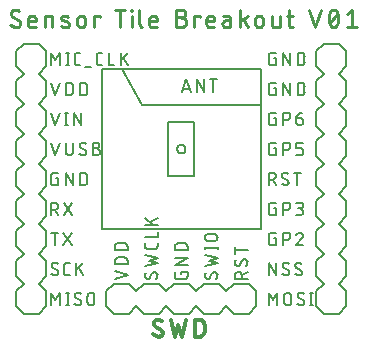
<source format=gto>
G04 EAGLE Gerber X2 export*
G75*
%MOIN*%
%FSLAX24Y24*%
%LPD*%
%AMOC8*
5,1,8,0,0,1.08239X$1,22.5*%
G01*
%ADD10C,0.006000*%
%ADD11C,0.008000*%
%ADD12C,0.011000*%
%ADD13C,0.014000*%
%ADD14C,0.005000*%


D10*
X4343Y4343D02*
X9657Y4343D01*
X9657Y8476D01*
X9657Y9657D01*
X5024Y9657D01*
X4343Y9657D01*
X4343Y4343D01*
X5705Y8476D02*
X9657Y8476D01*
X5705Y8476D02*
X5024Y9657D01*
D11*
X7032Y8910D02*
X7172Y9330D01*
X7312Y8910D01*
X7277Y9015D02*
X7067Y9015D01*
X7520Y8910D02*
X7520Y9330D01*
X7754Y8910D01*
X7754Y9330D01*
X8072Y9330D02*
X8072Y8910D01*
X7955Y9330D02*
X8189Y9330D01*
D10*
X6859Y7000D02*
X6861Y7023D01*
X6867Y7046D01*
X6876Y7067D01*
X6889Y7087D01*
X6905Y7104D01*
X6923Y7118D01*
X6943Y7129D01*
X6965Y7137D01*
X6988Y7141D01*
X7012Y7141D01*
X7035Y7137D01*
X7057Y7129D01*
X7077Y7118D01*
X7095Y7104D01*
X7111Y7087D01*
X7124Y7067D01*
X7133Y7046D01*
X7139Y7023D01*
X7141Y7000D01*
X7139Y6977D01*
X7133Y6954D01*
X7124Y6933D01*
X7111Y6913D01*
X7095Y6896D01*
X7077Y6882D01*
X7057Y6871D01*
X7035Y6863D01*
X7012Y6859D01*
X6988Y6859D01*
X6965Y6863D01*
X6943Y6871D01*
X6923Y6882D01*
X6905Y6896D01*
X6889Y6913D01*
X6876Y6933D01*
X6867Y6954D01*
X6861Y6977D01*
X6859Y7000D01*
D12*
X1633Y11186D02*
X1631Y11166D01*
X1627Y11146D01*
X1619Y11127D01*
X1608Y11109D01*
X1595Y11093D01*
X1579Y11080D01*
X1561Y11069D01*
X1542Y11061D01*
X1522Y11057D01*
X1502Y11055D01*
X1471Y11057D01*
X1440Y11062D01*
X1410Y11071D01*
X1381Y11083D01*
X1354Y11098D01*
X1329Y11116D01*
X1305Y11137D01*
X1322Y11514D02*
X1324Y11534D01*
X1328Y11554D01*
X1336Y11573D01*
X1347Y11591D01*
X1360Y11607D01*
X1376Y11620D01*
X1394Y11631D01*
X1413Y11639D01*
X1433Y11643D01*
X1453Y11645D01*
X1479Y11644D01*
X1505Y11639D01*
X1531Y11632D01*
X1555Y11623D01*
X1579Y11610D01*
X1601Y11596D01*
X1322Y11514D02*
X1323Y11494D01*
X1328Y11475D01*
X1335Y11457D01*
X1345Y11440D01*
X1357Y11424D01*
X1371Y11411D01*
X1387Y11399D01*
X1568Y11301D02*
X1584Y11289D01*
X1598Y11276D01*
X1610Y11260D01*
X1620Y11243D01*
X1627Y11225D01*
X1632Y11206D01*
X1633Y11186D01*
X1567Y11301D02*
X1387Y11399D01*
X1990Y11055D02*
X2154Y11055D01*
X1990Y11055D02*
X1973Y11056D01*
X1956Y11061D01*
X1941Y11068D01*
X1927Y11078D01*
X1915Y11090D01*
X1905Y11104D01*
X1898Y11119D01*
X1893Y11136D01*
X1892Y11153D01*
X1892Y11317D01*
X1894Y11339D01*
X1899Y11360D01*
X1908Y11379D01*
X1920Y11397D01*
X1934Y11413D01*
X1951Y11427D01*
X1970Y11437D01*
X1991Y11444D01*
X2012Y11448D01*
X2034Y11448D01*
X2055Y11444D01*
X2076Y11437D01*
X2095Y11427D01*
X2112Y11413D01*
X2126Y11397D01*
X2138Y11379D01*
X2147Y11360D01*
X2152Y11339D01*
X2154Y11317D01*
X2154Y11252D01*
X1892Y11252D01*
X2446Y11055D02*
X2446Y11448D01*
X2609Y11448D01*
X2628Y11446D01*
X2647Y11441D01*
X2663Y11431D01*
X2678Y11419D01*
X2690Y11404D01*
X2700Y11388D01*
X2705Y11369D01*
X2707Y11350D01*
X2708Y11350D02*
X2708Y11055D01*
X3049Y11284D02*
X3212Y11219D01*
X3048Y11284D02*
X3034Y11292D01*
X3020Y11302D01*
X3010Y11315D01*
X3002Y11330D01*
X2997Y11346D01*
X2995Y11363D01*
X2997Y11380D01*
X3002Y11396D01*
X3010Y11411D01*
X3020Y11424D01*
X3033Y11434D01*
X3048Y11442D01*
X3064Y11447D01*
X3081Y11448D01*
X3119Y11445D01*
X3157Y11439D01*
X3193Y11429D01*
X3229Y11415D01*
X3213Y11219D02*
X3227Y11211D01*
X3241Y11201D01*
X3251Y11188D01*
X3259Y11173D01*
X3264Y11157D01*
X3266Y11140D01*
X3264Y11123D01*
X3259Y11107D01*
X3251Y11092D01*
X3241Y11079D01*
X3228Y11069D01*
X3213Y11061D01*
X3197Y11056D01*
X3180Y11055D01*
X3134Y11058D01*
X3089Y11064D01*
X3044Y11074D01*
X3000Y11088D01*
X3533Y11186D02*
X3533Y11317D01*
X3535Y11339D01*
X3540Y11360D01*
X3549Y11379D01*
X3561Y11397D01*
X3575Y11413D01*
X3592Y11427D01*
X3611Y11437D01*
X3632Y11444D01*
X3653Y11448D01*
X3675Y11448D01*
X3696Y11444D01*
X3717Y11437D01*
X3736Y11427D01*
X3753Y11413D01*
X3767Y11397D01*
X3779Y11379D01*
X3788Y11360D01*
X3793Y11339D01*
X3795Y11317D01*
X3795Y11186D01*
X3793Y11164D01*
X3788Y11143D01*
X3779Y11124D01*
X3767Y11106D01*
X3753Y11090D01*
X3736Y11076D01*
X3717Y11066D01*
X3696Y11059D01*
X3675Y11055D01*
X3653Y11055D01*
X3632Y11059D01*
X3611Y11066D01*
X3592Y11076D01*
X3575Y11090D01*
X3561Y11106D01*
X3549Y11124D01*
X3540Y11143D01*
X3535Y11164D01*
X3533Y11186D01*
X4092Y11055D02*
X4092Y11448D01*
X4288Y11448D01*
X4288Y11383D01*
X4956Y11645D02*
X4956Y11055D01*
X4792Y11645D02*
X5120Y11645D01*
X5346Y11448D02*
X5346Y11055D01*
X5330Y11612D02*
X5330Y11645D01*
X5362Y11645D01*
X5362Y11612D01*
X5330Y11612D01*
X5608Y11645D02*
X5608Y11153D01*
X5609Y11153D02*
X5610Y11136D01*
X5615Y11119D01*
X5622Y11104D01*
X5632Y11090D01*
X5644Y11078D01*
X5658Y11068D01*
X5673Y11061D01*
X5690Y11056D01*
X5707Y11055D01*
X6031Y11055D02*
X6195Y11055D01*
X6031Y11055D02*
X6014Y11056D01*
X5997Y11061D01*
X5982Y11068D01*
X5968Y11078D01*
X5956Y11090D01*
X5946Y11104D01*
X5939Y11119D01*
X5934Y11136D01*
X5933Y11153D01*
X5933Y11317D01*
X5935Y11339D01*
X5940Y11360D01*
X5949Y11379D01*
X5961Y11397D01*
X5975Y11413D01*
X5992Y11427D01*
X6011Y11437D01*
X6032Y11444D01*
X6053Y11448D01*
X6075Y11448D01*
X6096Y11444D01*
X6117Y11437D01*
X6136Y11427D01*
X6153Y11413D01*
X6167Y11397D01*
X6179Y11379D01*
X6188Y11360D01*
X6193Y11339D01*
X6195Y11317D01*
X6195Y11252D01*
X5933Y11252D01*
X6836Y11383D02*
X7000Y11383D01*
X7024Y11381D01*
X7048Y11376D01*
X7071Y11367D01*
X7092Y11355D01*
X7112Y11339D01*
X7128Y11321D01*
X7142Y11301D01*
X7153Y11279D01*
X7160Y11255D01*
X7164Y11231D01*
X7164Y11207D01*
X7160Y11183D01*
X7153Y11159D01*
X7142Y11137D01*
X7128Y11117D01*
X7112Y11099D01*
X7092Y11083D01*
X7071Y11071D01*
X7048Y11062D01*
X7024Y11057D01*
X7000Y11055D01*
X6836Y11055D01*
X6836Y11645D01*
X7000Y11645D01*
X7022Y11643D01*
X7043Y11638D01*
X7062Y11629D01*
X7080Y11617D01*
X7096Y11603D01*
X7110Y11586D01*
X7120Y11567D01*
X7127Y11546D01*
X7131Y11525D01*
X7131Y11503D01*
X7127Y11482D01*
X7120Y11461D01*
X7110Y11442D01*
X7096Y11425D01*
X7080Y11411D01*
X7062Y11399D01*
X7043Y11390D01*
X7022Y11385D01*
X7000Y11383D01*
X7435Y11448D02*
X7435Y11055D01*
X7435Y11448D02*
X7632Y11448D01*
X7632Y11383D01*
X7939Y11055D02*
X8103Y11055D01*
X7939Y11055D02*
X7922Y11056D01*
X7905Y11061D01*
X7890Y11068D01*
X7876Y11078D01*
X7864Y11090D01*
X7854Y11104D01*
X7847Y11119D01*
X7842Y11136D01*
X7841Y11153D01*
X7841Y11317D01*
X7843Y11339D01*
X7848Y11360D01*
X7857Y11379D01*
X7869Y11397D01*
X7883Y11413D01*
X7900Y11427D01*
X7919Y11437D01*
X7940Y11444D01*
X7961Y11448D01*
X7983Y11448D01*
X8004Y11444D01*
X8025Y11437D01*
X8044Y11427D01*
X8061Y11413D01*
X8075Y11397D01*
X8087Y11379D01*
X8096Y11360D01*
X8101Y11339D01*
X8103Y11317D01*
X8103Y11252D01*
X7841Y11252D01*
X8484Y11284D02*
X8632Y11284D01*
X8484Y11285D02*
X8464Y11283D01*
X8445Y11278D01*
X8427Y11270D01*
X8410Y11258D01*
X8396Y11244D01*
X8384Y11228D01*
X8376Y11209D01*
X8371Y11190D01*
X8369Y11170D01*
X8371Y11150D01*
X8376Y11131D01*
X8384Y11113D01*
X8396Y11096D01*
X8410Y11082D01*
X8427Y11070D01*
X8445Y11062D01*
X8464Y11057D01*
X8484Y11055D01*
X8632Y11055D01*
X8632Y11350D01*
X8631Y11350D02*
X8630Y11367D01*
X8625Y11384D01*
X8618Y11399D01*
X8608Y11413D01*
X8596Y11425D01*
X8582Y11435D01*
X8567Y11442D01*
X8550Y11447D01*
X8533Y11448D01*
X8402Y11448D01*
X8958Y11645D02*
X8958Y11055D01*
X8958Y11252D02*
X9220Y11448D01*
X9073Y11334D02*
X9220Y11055D01*
X9461Y11186D02*
X9461Y11317D01*
X9463Y11339D01*
X9468Y11360D01*
X9477Y11379D01*
X9489Y11397D01*
X9503Y11413D01*
X9520Y11427D01*
X9539Y11437D01*
X9560Y11444D01*
X9581Y11448D01*
X9603Y11448D01*
X9624Y11444D01*
X9645Y11437D01*
X9664Y11427D01*
X9681Y11413D01*
X9695Y11397D01*
X9707Y11379D01*
X9716Y11360D01*
X9721Y11339D01*
X9723Y11317D01*
X9723Y11186D01*
X9721Y11164D01*
X9716Y11143D01*
X9707Y11124D01*
X9695Y11106D01*
X9681Y11090D01*
X9664Y11076D01*
X9645Y11066D01*
X9624Y11059D01*
X9603Y11055D01*
X9581Y11055D01*
X9560Y11059D01*
X9539Y11066D01*
X9520Y11076D01*
X9503Y11090D01*
X9489Y11106D01*
X9477Y11124D01*
X9468Y11143D01*
X9463Y11164D01*
X9461Y11186D01*
X10015Y11153D02*
X10015Y11448D01*
X10015Y11153D02*
X10016Y11136D01*
X10021Y11119D01*
X10028Y11104D01*
X10038Y11090D01*
X10050Y11078D01*
X10064Y11068D01*
X10079Y11061D01*
X10096Y11056D01*
X10113Y11055D01*
X10277Y11055D01*
X10277Y11448D01*
X10513Y11448D02*
X10709Y11448D01*
X10578Y11645D02*
X10578Y11153D01*
X10579Y11153D02*
X10580Y11136D01*
X10585Y11119D01*
X10592Y11104D01*
X10602Y11090D01*
X10614Y11078D01*
X10628Y11068D01*
X10643Y11061D01*
X10660Y11056D01*
X10677Y11055D01*
X10709Y11055D01*
X11459Y11055D02*
X11262Y11645D01*
X11656Y11645D02*
X11459Y11055D01*
X11911Y11350D02*
X11912Y11387D01*
X11917Y11423D01*
X11923Y11459D01*
X11933Y11495D01*
X11945Y11529D01*
X11960Y11563D01*
X11968Y11583D01*
X11980Y11601D01*
X11995Y11616D01*
X12013Y11628D01*
X12032Y11637D01*
X12053Y11643D01*
X12074Y11645D01*
X12095Y11643D01*
X12116Y11637D01*
X12135Y11628D01*
X12153Y11616D01*
X12168Y11601D01*
X12180Y11583D01*
X12188Y11563D01*
X12189Y11563D02*
X12204Y11529D01*
X12216Y11495D01*
X12226Y11459D01*
X12232Y11423D01*
X12237Y11387D01*
X12238Y11350D01*
X11911Y11350D02*
X11912Y11313D01*
X11917Y11277D01*
X11923Y11241D01*
X11933Y11205D01*
X11945Y11171D01*
X11960Y11137D01*
X11968Y11117D01*
X11980Y11099D01*
X11995Y11084D01*
X12013Y11072D01*
X12032Y11063D01*
X12053Y11057D01*
X12074Y11055D01*
X12189Y11137D02*
X12204Y11171D01*
X12216Y11205D01*
X12226Y11241D01*
X12232Y11277D01*
X12237Y11313D01*
X12238Y11350D01*
X12188Y11137D02*
X12180Y11117D01*
X12168Y11099D01*
X12153Y11084D01*
X12135Y11072D01*
X12116Y11063D01*
X12095Y11057D01*
X12074Y11055D01*
X11943Y11186D02*
X12205Y11514D01*
X12526Y11514D02*
X12690Y11645D01*
X12690Y11055D01*
X12526Y11055D02*
X12854Y11055D01*
D11*
X2805Y8790D02*
X2665Y9210D01*
X2945Y9210D02*
X2805Y8790D01*
X3153Y8790D02*
X3153Y9210D01*
X3270Y9210D01*
X3290Y9208D01*
X3310Y9203D01*
X3329Y9194D01*
X3345Y9183D01*
X3360Y9168D01*
X3371Y9152D01*
X3380Y9133D01*
X3385Y9113D01*
X3387Y9093D01*
X3387Y8907D01*
X3385Y8887D01*
X3380Y8867D01*
X3371Y8849D01*
X3360Y8832D01*
X3345Y8817D01*
X3329Y8806D01*
X3310Y8797D01*
X3290Y8792D01*
X3270Y8790D01*
X3153Y8790D01*
X3633Y8790D02*
X3633Y9210D01*
X3750Y9210D01*
X3770Y9208D01*
X3790Y9203D01*
X3809Y9194D01*
X3825Y9183D01*
X3840Y9168D01*
X3851Y9152D01*
X3860Y9133D01*
X3865Y9113D01*
X3867Y9093D01*
X3867Y8907D01*
X3865Y8887D01*
X3860Y8867D01*
X3851Y8849D01*
X3840Y8832D01*
X3825Y8817D01*
X3809Y8806D01*
X3790Y8797D01*
X3770Y8792D01*
X3750Y8790D01*
X3633Y8790D01*
X2665Y9790D02*
X2665Y10210D01*
X2805Y9977D01*
X2945Y10210D01*
X2945Y9790D01*
X3210Y9790D02*
X3210Y10210D01*
X3163Y9790D02*
X3257Y9790D01*
X3257Y10210D02*
X3163Y10210D01*
X3545Y9790D02*
X3638Y9790D01*
X3545Y9790D02*
X3527Y9792D01*
X3509Y9797D01*
X3493Y9806D01*
X3479Y9817D01*
X3468Y9831D01*
X3459Y9847D01*
X3454Y9865D01*
X3452Y9883D01*
X3451Y9883D02*
X3451Y10117D01*
X3452Y10117D02*
X3454Y10135D01*
X3459Y10153D01*
X3468Y10169D01*
X3479Y10183D01*
X3493Y10194D01*
X3509Y10203D01*
X3527Y10208D01*
X3545Y10210D01*
X3638Y10210D01*
X3807Y9743D02*
X3993Y9743D01*
X4280Y9790D02*
X4373Y9790D01*
X4280Y9790D02*
X4262Y9792D01*
X4244Y9797D01*
X4228Y9806D01*
X4214Y9817D01*
X4203Y9831D01*
X4194Y9847D01*
X4189Y9865D01*
X4187Y9883D01*
X4186Y9883D02*
X4186Y10117D01*
X4187Y10117D02*
X4189Y10135D01*
X4194Y10153D01*
X4203Y10169D01*
X4214Y10183D01*
X4228Y10194D01*
X4244Y10203D01*
X4262Y10208D01*
X4280Y10210D01*
X4373Y10210D01*
X4580Y10210D02*
X4580Y9790D01*
X4766Y9790D01*
X4978Y9790D02*
X4978Y10210D01*
X5212Y10210D02*
X4978Y9953D01*
X5072Y10047D02*
X5212Y9790D01*
X2665Y8210D02*
X2805Y7790D01*
X2945Y8210D01*
X3165Y8210D02*
X3165Y7790D01*
X3118Y7790D02*
X3212Y7790D01*
X3212Y8210D02*
X3118Y8210D01*
X3423Y8210D02*
X3423Y7790D01*
X3657Y7790D02*
X3423Y8210D01*
X3657Y8210D02*
X3657Y7790D01*
X2665Y7210D02*
X2805Y6790D01*
X2945Y7210D01*
X3153Y7210D02*
X3153Y6907D01*
X3155Y6887D01*
X3160Y6867D01*
X3169Y6849D01*
X3180Y6832D01*
X3195Y6817D01*
X3212Y6806D01*
X3230Y6797D01*
X3250Y6792D01*
X3270Y6790D01*
X3290Y6792D01*
X3310Y6797D01*
X3328Y6806D01*
X3345Y6817D01*
X3360Y6832D01*
X3371Y6849D01*
X3380Y6867D01*
X3385Y6887D01*
X3387Y6907D01*
X3387Y7210D01*
X3743Y6790D02*
X3761Y6792D01*
X3779Y6797D01*
X3795Y6806D01*
X3809Y6817D01*
X3820Y6831D01*
X3829Y6847D01*
X3834Y6865D01*
X3836Y6883D01*
X3743Y6790D02*
X3717Y6792D01*
X3692Y6797D01*
X3667Y6805D01*
X3644Y6817D01*
X3623Y6831D01*
X3603Y6848D01*
X3615Y7117D02*
X3617Y7135D01*
X3622Y7153D01*
X3631Y7169D01*
X3642Y7183D01*
X3656Y7194D01*
X3672Y7203D01*
X3690Y7208D01*
X3708Y7210D01*
X3730Y7209D01*
X3753Y7204D01*
X3774Y7197D01*
X3794Y7187D01*
X3813Y7175D01*
X3662Y7035D02*
X3648Y7045D01*
X3637Y7056D01*
X3628Y7070D01*
X3621Y7085D01*
X3616Y7101D01*
X3615Y7117D01*
X3790Y6965D02*
X3804Y6955D01*
X3815Y6944D01*
X3824Y6930D01*
X3831Y6915D01*
X3836Y6899D01*
X3837Y6883D01*
X3790Y6965D02*
X3662Y7035D01*
X4063Y7023D02*
X4180Y7023D01*
X4180Y7024D02*
X4200Y7022D01*
X4220Y7017D01*
X4239Y7008D01*
X4255Y6997D01*
X4270Y6982D01*
X4281Y6966D01*
X4290Y6947D01*
X4295Y6927D01*
X4297Y6907D01*
X4295Y6887D01*
X4290Y6867D01*
X4281Y6849D01*
X4270Y6832D01*
X4255Y6817D01*
X4239Y6806D01*
X4220Y6797D01*
X4200Y6792D01*
X4180Y6790D01*
X4063Y6790D01*
X4063Y7210D01*
X4180Y7210D01*
X4198Y7208D01*
X4216Y7203D01*
X4232Y7194D01*
X4246Y7183D01*
X4257Y7169D01*
X4266Y7153D01*
X4271Y7135D01*
X4273Y7117D01*
X4271Y7099D01*
X4266Y7081D01*
X4257Y7065D01*
X4246Y7051D01*
X4232Y7040D01*
X4216Y7031D01*
X4198Y7026D01*
X4180Y7024D01*
X2898Y6023D02*
X2828Y6023D01*
X2898Y6023D02*
X2898Y5790D01*
X2758Y5790D01*
X2740Y5792D01*
X2722Y5797D01*
X2706Y5806D01*
X2692Y5817D01*
X2681Y5831D01*
X2672Y5847D01*
X2667Y5865D01*
X2665Y5883D01*
X2665Y6117D01*
X2667Y6135D01*
X2672Y6153D01*
X2681Y6169D01*
X2692Y6183D01*
X2706Y6194D01*
X2722Y6203D01*
X2740Y6208D01*
X2758Y6210D01*
X2898Y6210D01*
X3145Y6210D02*
X3145Y5790D01*
X3378Y5790D02*
X3145Y6210D01*
X3378Y6210D02*
X3378Y5790D01*
X3625Y5790D02*
X3625Y6210D01*
X3742Y6210D01*
X3762Y6208D01*
X3782Y6203D01*
X3801Y6194D01*
X3817Y6183D01*
X3832Y6168D01*
X3843Y6152D01*
X3852Y6133D01*
X3857Y6113D01*
X3859Y6093D01*
X3858Y6093D02*
X3858Y5907D01*
X3859Y5907D02*
X3857Y5887D01*
X3852Y5867D01*
X3843Y5849D01*
X3832Y5832D01*
X3817Y5817D01*
X3801Y5806D01*
X3782Y5797D01*
X3762Y5792D01*
X3742Y5790D01*
X3625Y5790D01*
X2665Y5210D02*
X2665Y4790D01*
X2665Y5210D02*
X2782Y5210D01*
X2802Y5208D01*
X2822Y5203D01*
X2841Y5194D01*
X2857Y5183D01*
X2872Y5168D01*
X2883Y5152D01*
X2892Y5133D01*
X2897Y5113D01*
X2899Y5093D01*
X2897Y5073D01*
X2892Y5053D01*
X2883Y5035D01*
X2872Y5018D01*
X2857Y5003D01*
X2841Y4992D01*
X2822Y4983D01*
X2802Y4978D01*
X2782Y4976D01*
X2782Y4977D02*
X2665Y4977D01*
X2805Y4977D02*
X2898Y4790D01*
X3087Y4790D02*
X3367Y5210D01*
X3087Y5210D02*
X3367Y4790D01*
X2782Y4210D02*
X2782Y3790D01*
X2665Y4210D02*
X2898Y4210D01*
X3342Y4210D02*
X3062Y3790D01*
X3342Y3790D02*
X3062Y4210D01*
X2898Y2883D02*
X2896Y2865D01*
X2891Y2847D01*
X2882Y2831D01*
X2871Y2817D01*
X2857Y2806D01*
X2841Y2797D01*
X2823Y2792D01*
X2805Y2790D01*
X2779Y2792D01*
X2754Y2797D01*
X2729Y2805D01*
X2706Y2817D01*
X2685Y2831D01*
X2665Y2848D01*
X2677Y3117D02*
X2679Y3135D01*
X2684Y3153D01*
X2693Y3169D01*
X2704Y3183D01*
X2718Y3194D01*
X2734Y3203D01*
X2752Y3208D01*
X2770Y3210D01*
X2792Y3209D01*
X2815Y3204D01*
X2836Y3197D01*
X2856Y3187D01*
X2875Y3175D01*
X2723Y3035D02*
X2709Y3045D01*
X2698Y3056D01*
X2689Y3070D01*
X2682Y3085D01*
X2677Y3101D01*
X2676Y3117D01*
X2852Y2965D02*
X2866Y2955D01*
X2877Y2944D01*
X2886Y2930D01*
X2893Y2915D01*
X2898Y2899D01*
X2899Y2883D01*
X2852Y2965D02*
X2723Y3035D01*
X3191Y2790D02*
X3285Y2790D01*
X3191Y2790D02*
X3173Y2792D01*
X3155Y2797D01*
X3139Y2806D01*
X3125Y2817D01*
X3114Y2831D01*
X3105Y2847D01*
X3100Y2865D01*
X3098Y2883D01*
X3098Y3117D01*
X3100Y3135D01*
X3105Y3153D01*
X3114Y3169D01*
X3125Y3183D01*
X3139Y3194D01*
X3155Y3203D01*
X3173Y3208D01*
X3191Y3210D01*
X3285Y3210D01*
X3500Y3210D02*
X3500Y2790D01*
X3500Y2953D02*
X3733Y3210D01*
X3593Y3047D02*
X3733Y2790D01*
X2665Y2210D02*
X2665Y1790D01*
X2805Y1977D02*
X2665Y2210D01*
X2805Y1977D02*
X2945Y2210D01*
X2945Y1790D01*
X3210Y1790D02*
X3210Y2210D01*
X3163Y1790D02*
X3257Y1790D01*
X3257Y2210D02*
X3163Y2210D01*
X3578Y1790D02*
X3596Y1792D01*
X3614Y1797D01*
X3630Y1806D01*
X3644Y1817D01*
X3655Y1831D01*
X3664Y1847D01*
X3669Y1865D01*
X3671Y1883D01*
X3578Y1790D02*
X3552Y1792D01*
X3527Y1797D01*
X3502Y1805D01*
X3479Y1817D01*
X3458Y1831D01*
X3438Y1848D01*
X3450Y2117D02*
X3452Y2135D01*
X3457Y2153D01*
X3466Y2169D01*
X3477Y2183D01*
X3491Y2194D01*
X3507Y2203D01*
X3525Y2208D01*
X3543Y2210D01*
X3565Y2209D01*
X3588Y2204D01*
X3609Y2197D01*
X3629Y2187D01*
X3648Y2175D01*
X3497Y2035D02*
X3483Y2045D01*
X3472Y2056D01*
X3463Y2070D01*
X3456Y2085D01*
X3451Y2101D01*
X3450Y2117D01*
X3625Y1965D02*
X3639Y1955D01*
X3650Y1944D01*
X3659Y1930D01*
X3666Y1915D01*
X3671Y1899D01*
X3672Y1883D01*
X3625Y1965D02*
X3497Y2035D01*
X3873Y2093D02*
X3873Y1907D01*
X3873Y2093D02*
X3875Y2113D01*
X3880Y2133D01*
X3889Y2152D01*
X3900Y2168D01*
X3915Y2183D01*
X3932Y2194D01*
X3950Y2203D01*
X3970Y2208D01*
X3990Y2210D01*
X4010Y2208D01*
X4030Y2203D01*
X4049Y2194D01*
X4065Y2183D01*
X4080Y2168D01*
X4091Y2152D01*
X4100Y2133D01*
X4105Y2113D01*
X4107Y2093D01*
X4107Y1907D01*
X4105Y1887D01*
X4100Y1867D01*
X4091Y1848D01*
X4080Y1832D01*
X4065Y1817D01*
X4048Y1806D01*
X4030Y1797D01*
X4010Y1792D01*
X3990Y1790D01*
X3970Y1792D01*
X3950Y1797D01*
X3932Y1806D01*
X3915Y1817D01*
X3900Y1832D01*
X3889Y1849D01*
X3880Y1867D01*
X3875Y1887D01*
X3873Y1907D01*
X9915Y1790D02*
X9915Y2210D01*
X10055Y1977D01*
X10195Y2210D01*
X10195Y1790D01*
X10433Y1907D02*
X10433Y2093D01*
X10435Y2113D01*
X10440Y2133D01*
X10449Y2152D01*
X10460Y2168D01*
X10475Y2183D01*
X10492Y2194D01*
X10510Y2203D01*
X10530Y2208D01*
X10550Y2210D01*
X10570Y2208D01*
X10590Y2203D01*
X10609Y2194D01*
X10625Y2183D01*
X10640Y2168D01*
X10651Y2152D01*
X10660Y2133D01*
X10665Y2113D01*
X10667Y2093D01*
X10667Y1907D01*
X10665Y1887D01*
X10660Y1867D01*
X10651Y1848D01*
X10640Y1832D01*
X10625Y1817D01*
X10609Y1806D01*
X10590Y1797D01*
X10570Y1792D01*
X10550Y1790D01*
X10530Y1792D01*
X10510Y1797D01*
X10492Y1806D01*
X10475Y1817D01*
X10460Y1832D01*
X10449Y1849D01*
X10440Y1867D01*
X10435Y1887D01*
X10433Y1907D01*
X11008Y1790D02*
X11026Y1792D01*
X11044Y1797D01*
X11060Y1806D01*
X11074Y1817D01*
X11085Y1831D01*
X11094Y1847D01*
X11099Y1865D01*
X11101Y1883D01*
X11008Y1790D02*
X10982Y1792D01*
X10957Y1797D01*
X10932Y1805D01*
X10909Y1817D01*
X10888Y1831D01*
X10868Y1848D01*
X10880Y2117D02*
X10882Y2135D01*
X10887Y2153D01*
X10896Y2169D01*
X10907Y2183D01*
X10921Y2194D01*
X10937Y2203D01*
X10955Y2208D01*
X10973Y2210D01*
X10995Y2209D01*
X11018Y2204D01*
X11039Y2197D01*
X11059Y2187D01*
X11078Y2175D01*
X10927Y2035D02*
X10913Y2045D01*
X10902Y2056D01*
X10893Y2070D01*
X10886Y2085D01*
X10881Y2101D01*
X10880Y2117D01*
X11055Y1965D02*
X11069Y1955D01*
X11080Y1944D01*
X11089Y1930D01*
X11096Y1915D01*
X11101Y1899D01*
X11102Y1883D01*
X11055Y1965D02*
X10927Y2035D01*
X11330Y2210D02*
X11330Y1790D01*
X11283Y1790D02*
X11377Y1790D01*
X11377Y2210D02*
X11283Y2210D01*
X9915Y2790D02*
X9915Y3210D01*
X10148Y2790D01*
X10148Y3210D01*
X10505Y2790D02*
X10523Y2792D01*
X10541Y2797D01*
X10557Y2806D01*
X10571Y2817D01*
X10582Y2831D01*
X10591Y2847D01*
X10596Y2865D01*
X10598Y2883D01*
X10505Y2790D02*
X10479Y2792D01*
X10454Y2797D01*
X10429Y2805D01*
X10406Y2817D01*
X10385Y2831D01*
X10365Y2848D01*
X10377Y3117D02*
X10379Y3135D01*
X10384Y3153D01*
X10393Y3169D01*
X10404Y3183D01*
X10418Y3194D01*
X10434Y3203D01*
X10452Y3208D01*
X10470Y3210D01*
X10492Y3209D01*
X10515Y3204D01*
X10536Y3197D01*
X10556Y3187D01*
X10575Y3175D01*
X10423Y3035D02*
X10409Y3045D01*
X10398Y3056D01*
X10389Y3070D01*
X10382Y3085D01*
X10377Y3101D01*
X10376Y3117D01*
X10552Y2965D02*
X10566Y2955D01*
X10577Y2944D01*
X10586Y2930D01*
X10593Y2915D01*
X10598Y2899D01*
X10599Y2883D01*
X10552Y2965D02*
X10423Y3035D01*
X10925Y2790D02*
X10943Y2792D01*
X10961Y2797D01*
X10977Y2806D01*
X10991Y2817D01*
X11002Y2831D01*
X11011Y2847D01*
X11016Y2865D01*
X11018Y2883D01*
X10925Y2790D02*
X10899Y2792D01*
X10874Y2797D01*
X10849Y2805D01*
X10826Y2817D01*
X10805Y2831D01*
X10785Y2848D01*
X10797Y3117D02*
X10799Y3135D01*
X10804Y3153D01*
X10813Y3169D01*
X10824Y3183D01*
X10838Y3194D01*
X10854Y3203D01*
X10872Y3208D01*
X10890Y3210D01*
X10912Y3209D01*
X10935Y3204D01*
X10956Y3197D01*
X10976Y3187D01*
X10995Y3175D01*
X10843Y3035D02*
X10829Y3045D01*
X10818Y3056D01*
X10809Y3070D01*
X10802Y3085D01*
X10797Y3101D01*
X10796Y3117D01*
X10972Y2965D02*
X10986Y2955D01*
X10997Y2944D01*
X11006Y2930D01*
X11013Y2915D01*
X11018Y2899D01*
X11019Y2883D01*
X10972Y2965D02*
X10843Y3035D01*
X10148Y4023D02*
X10078Y4023D01*
X10148Y4023D02*
X10148Y3790D01*
X10008Y3790D01*
X9990Y3792D01*
X9972Y3797D01*
X9956Y3806D01*
X9942Y3817D01*
X9931Y3831D01*
X9922Y3847D01*
X9917Y3865D01*
X9915Y3883D01*
X9915Y4117D01*
X9917Y4135D01*
X9922Y4153D01*
X9931Y4169D01*
X9942Y4183D01*
X9956Y4194D01*
X9972Y4203D01*
X9990Y4208D01*
X10008Y4210D01*
X10148Y4210D01*
X10405Y4210D02*
X10405Y3790D01*
X10405Y4210D02*
X10522Y4210D01*
X10542Y4208D01*
X10562Y4203D01*
X10581Y4194D01*
X10597Y4183D01*
X10612Y4168D01*
X10623Y4152D01*
X10632Y4133D01*
X10637Y4113D01*
X10639Y4093D01*
X10637Y4073D01*
X10632Y4053D01*
X10623Y4035D01*
X10612Y4018D01*
X10597Y4003D01*
X10581Y3992D01*
X10562Y3983D01*
X10542Y3978D01*
X10522Y3976D01*
X10522Y3977D02*
X10405Y3977D01*
X10958Y4210D02*
X10976Y4208D01*
X10994Y4204D01*
X11011Y4196D01*
X11025Y4185D01*
X11038Y4172D01*
X11049Y4158D01*
X11057Y4141D01*
X11061Y4123D01*
X11063Y4105D01*
X10958Y4210D02*
X10937Y4208D01*
X10916Y4203D01*
X10897Y4195D01*
X10879Y4184D01*
X10862Y4170D01*
X10849Y4154D01*
X10838Y4136D01*
X10830Y4117D01*
X11029Y4023D02*
X11041Y4037D01*
X11051Y4052D01*
X11058Y4069D01*
X11063Y4087D01*
X11064Y4105D01*
X11028Y4023D02*
X10830Y3790D01*
X11063Y3790D01*
X10148Y5023D02*
X10078Y5023D01*
X10148Y5023D02*
X10148Y4790D01*
X10008Y4790D01*
X9990Y4792D01*
X9972Y4797D01*
X9956Y4806D01*
X9942Y4817D01*
X9931Y4831D01*
X9922Y4847D01*
X9917Y4865D01*
X9915Y4883D01*
X9915Y5117D01*
X9917Y5135D01*
X9922Y5153D01*
X9931Y5169D01*
X9942Y5183D01*
X9956Y5194D01*
X9972Y5203D01*
X9990Y5208D01*
X10008Y5210D01*
X10148Y5210D01*
X10405Y5210D02*
X10405Y4790D01*
X10405Y5210D02*
X10522Y5210D01*
X10542Y5208D01*
X10562Y5203D01*
X10581Y5194D01*
X10597Y5183D01*
X10612Y5168D01*
X10623Y5152D01*
X10632Y5133D01*
X10637Y5113D01*
X10639Y5093D01*
X10637Y5073D01*
X10632Y5053D01*
X10623Y5035D01*
X10612Y5018D01*
X10597Y5003D01*
X10581Y4992D01*
X10562Y4983D01*
X10542Y4978D01*
X10522Y4976D01*
X10522Y4977D02*
X10405Y4977D01*
X10830Y4790D02*
X10947Y4790D01*
X10967Y4792D01*
X10987Y4797D01*
X11006Y4806D01*
X11022Y4817D01*
X11037Y4832D01*
X11048Y4849D01*
X11057Y4867D01*
X11062Y4887D01*
X11064Y4907D01*
X11062Y4927D01*
X11057Y4947D01*
X11048Y4966D01*
X11037Y4982D01*
X11022Y4997D01*
X11006Y5008D01*
X10987Y5017D01*
X10967Y5022D01*
X10947Y5024D01*
X10970Y5210D02*
X10830Y5210D01*
X10970Y5210D02*
X10988Y5208D01*
X11006Y5203D01*
X11022Y5194D01*
X11036Y5183D01*
X11047Y5169D01*
X11056Y5153D01*
X11061Y5135D01*
X11063Y5117D01*
X11061Y5099D01*
X11056Y5081D01*
X11047Y5065D01*
X11036Y5051D01*
X11022Y5040D01*
X11006Y5031D01*
X10988Y5026D01*
X10970Y5024D01*
X10970Y5023D02*
X10877Y5023D01*
X9915Y5790D02*
X9915Y6210D01*
X10032Y6210D01*
X10052Y6208D01*
X10072Y6203D01*
X10091Y6194D01*
X10107Y6183D01*
X10122Y6168D01*
X10133Y6152D01*
X10142Y6133D01*
X10147Y6113D01*
X10149Y6093D01*
X10147Y6073D01*
X10142Y6053D01*
X10133Y6035D01*
X10122Y6018D01*
X10107Y6003D01*
X10091Y5992D01*
X10072Y5983D01*
X10052Y5978D01*
X10032Y5976D01*
X10032Y5977D02*
X9915Y5977D01*
X10055Y5977D02*
X10148Y5790D01*
X10486Y5790D02*
X10504Y5792D01*
X10522Y5797D01*
X10538Y5806D01*
X10552Y5817D01*
X10563Y5831D01*
X10572Y5847D01*
X10577Y5865D01*
X10579Y5883D01*
X10486Y5790D02*
X10460Y5792D01*
X10435Y5797D01*
X10410Y5805D01*
X10387Y5817D01*
X10366Y5831D01*
X10346Y5848D01*
X10358Y6117D02*
X10360Y6135D01*
X10365Y6153D01*
X10374Y6169D01*
X10385Y6183D01*
X10399Y6194D01*
X10415Y6203D01*
X10433Y6208D01*
X10451Y6210D01*
X10473Y6209D01*
X10496Y6204D01*
X10517Y6197D01*
X10537Y6187D01*
X10556Y6175D01*
X10404Y6035D02*
X10390Y6045D01*
X10379Y6056D01*
X10370Y6070D01*
X10363Y6085D01*
X10358Y6101D01*
X10357Y6117D01*
X10532Y5965D02*
X10546Y5955D01*
X10557Y5944D01*
X10566Y5930D01*
X10573Y5915D01*
X10578Y5899D01*
X10579Y5883D01*
X10532Y5965D02*
X10404Y6035D01*
X10867Y6210D02*
X10867Y5790D01*
X10751Y6210D02*
X10984Y6210D01*
X10148Y10023D02*
X10078Y10023D01*
X10148Y10023D02*
X10148Y9790D01*
X10008Y9790D01*
X9990Y9792D01*
X9972Y9797D01*
X9956Y9806D01*
X9942Y9817D01*
X9931Y9831D01*
X9922Y9847D01*
X9917Y9865D01*
X9915Y9883D01*
X9915Y10117D01*
X9917Y10135D01*
X9922Y10153D01*
X9931Y10169D01*
X9942Y10183D01*
X9956Y10194D01*
X9972Y10203D01*
X9990Y10208D01*
X10008Y10210D01*
X10148Y10210D01*
X10395Y10210D02*
X10395Y9790D01*
X10628Y9790D02*
X10395Y10210D01*
X10628Y10210D02*
X10628Y9790D01*
X10875Y9790D02*
X10875Y10210D01*
X10992Y10210D01*
X11012Y10208D01*
X11032Y10203D01*
X11051Y10194D01*
X11067Y10183D01*
X11082Y10168D01*
X11093Y10152D01*
X11102Y10133D01*
X11107Y10113D01*
X11109Y10093D01*
X11108Y10093D02*
X11108Y9907D01*
X11109Y9907D02*
X11107Y9887D01*
X11102Y9867D01*
X11093Y9849D01*
X11082Y9832D01*
X11067Y9817D01*
X11051Y9806D01*
X11032Y9797D01*
X11012Y9792D01*
X10992Y9790D01*
X10875Y9790D01*
X10148Y9023D02*
X10078Y9023D01*
X10148Y9023D02*
X10148Y8790D01*
X10008Y8790D01*
X9990Y8792D01*
X9972Y8797D01*
X9956Y8806D01*
X9942Y8817D01*
X9931Y8831D01*
X9922Y8847D01*
X9917Y8865D01*
X9915Y8883D01*
X9915Y9117D01*
X9917Y9135D01*
X9922Y9153D01*
X9931Y9169D01*
X9942Y9183D01*
X9956Y9194D01*
X9972Y9203D01*
X9990Y9208D01*
X10008Y9210D01*
X10148Y9210D01*
X10395Y9210D02*
X10395Y8790D01*
X10628Y8790D02*
X10395Y9210D01*
X10628Y9210D02*
X10628Y8790D01*
X10875Y8790D02*
X10875Y9210D01*
X10992Y9210D01*
X11012Y9208D01*
X11032Y9203D01*
X11051Y9194D01*
X11067Y9183D01*
X11082Y9168D01*
X11093Y9152D01*
X11102Y9133D01*
X11107Y9113D01*
X11109Y9093D01*
X11108Y9093D02*
X11108Y8907D01*
X11109Y8907D02*
X11107Y8887D01*
X11102Y8867D01*
X11093Y8849D01*
X11082Y8832D01*
X11067Y8817D01*
X11051Y8806D01*
X11032Y8797D01*
X11012Y8792D01*
X10992Y8790D01*
X10875Y8790D01*
X10148Y8023D02*
X10078Y8023D01*
X10148Y8023D02*
X10148Y7790D01*
X10008Y7790D01*
X9990Y7792D01*
X9972Y7797D01*
X9956Y7806D01*
X9942Y7817D01*
X9931Y7831D01*
X9922Y7847D01*
X9917Y7865D01*
X9915Y7883D01*
X9915Y8117D01*
X9917Y8135D01*
X9922Y8153D01*
X9931Y8169D01*
X9942Y8183D01*
X9956Y8194D01*
X9972Y8203D01*
X9990Y8208D01*
X10008Y8210D01*
X10148Y8210D01*
X10405Y8210D02*
X10405Y7790D01*
X10405Y8210D02*
X10522Y8210D01*
X10542Y8208D01*
X10562Y8203D01*
X10581Y8194D01*
X10597Y8183D01*
X10612Y8168D01*
X10623Y8152D01*
X10632Y8133D01*
X10637Y8113D01*
X10639Y8093D01*
X10637Y8073D01*
X10632Y8053D01*
X10623Y8035D01*
X10612Y8018D01*
X10597Y8003D01*
X10581Y7992D01*
X10562Y7983D01*
X10542Y7978D01*
X10522Y7976D01*
X10522Y7977D02*
X10405Y7977D01*
X10830Y8023D02*
X10970Y8023D01*
X10988Y8021D01*
X11006Y8016D01*
X11022Y8007D01*
X11036Y7996D01*
X11047Y7982D01*
X11056Y7966D01*
X11061Y7948D01*
X11063Y7930D01*
X11063Y7907D01*
X11064Y7907D02*
X11062Y7887D01*
X11057Y7867D01*
X11048Y7849D01*
X11037Y7832D01*
X11022Y7817D01*
X11006Y7806D01*
X10987Y7797D01*
X10967Y7792D01*
X10947Y7790D01*
X10927Y7792D01*
X10907Y7797D01*
X10889Y7806D01*
X10872Y7817D01*
X10857Y7832D01*
X10846Y7849D01*
X10837Y7867D01*
X10832Y7887D01*
X10830Y7907D01*
X10830Y8023D01*
X10832Y8050D01*
X10838Y8076D01*
X10847Y8101D01*
X10860Y8124D01*
X10876Y8145D01*
X10895Y8164D01*
X10916Y8180D01*
X10939Y8193D01*
X10964Y8202D01*
X10990Y8208D01*
X11017Y8210D01*
X10148Y7023D02*
X10078Y7023D01*
X10148Y7023D02*
X10148Y6790D01*
X10008Y6790D01*
X9990Y6792D01*
X9972Y6797D01*
X9956Y6806D01*
X9942Y6817D01*
X9931Y6831D01*
X9922Y6847D01*
X9917Y6865D01*
X9915Y6883D01*
X9915Y7117D01*
X9917Y7135D01*
X9922Y7153D01*
X9931Y7169D01*
X9942Y7183D01*
X9956Y7194D01*
X9972Y7203D01*
X9990Y7208D01*
X10008Y7210D01*
X10148Y7210D01*
X10405Y7210D02*
X10405Y6790D01*
X10405Y7210D02*
X10522Y7210D01*
X10542Y7208D01*
X10562Y7203D01*
X10581Y7194D01*
X10597Y7183D01*
X10612Y7168D01*
X10623Y7152D01*
X10632Y7133D01*
X10637Y7113D01*
X10639Y7093D01*
X10637Y7073D01*
X10632Y7053D01*
X10623Y7035D01*
X10612Y7018D01*
X10597Y7003D01*
X10581Y6992D01*
X10562Y6983D01*
X10542Y6978D01*
X10522Y6976D01*
X10522Y6977D02*
X10405Y6977D01*
X10830Y6790D02*
X10970Y6790D01*
X10988Y6792D01*
X11006Y6797D01*
X11022Y6806D01*
X11036Y6817D01*
X11047Y6831D01*
X11056Y6847D01*
X11061Y6865D01*
X11063Y6883D01*
X11063Y6930D01*
X11061Y6948D01*
X11056Y6966D01*
X11047Y6982D01*
X11036Y6996D01*
X11022Y7007D01*
X11006Y7016D01*
X10988Y7021D01*
X10970Y7023D01*
X10830Y7023D01*
X10830Y7210D01*
X11063Y7210D01*
X5210Y2805D02*
X4790Y2665D01*
X4790Y2945D02*
X5210Y2805D01*
X5210Y3153D02*
X4790Y3153D01*
X4790Y3270D01*
X4792Y3290D01*
X4797Y3310D01*
X4806Y3329D01*
X4817Y3345D01*
X4832Y3360D01*
X4849Y3371D01*
X4867Y3380D01*
X4887Y3385D01*
X4907Y3387D01*
X5093Y3387D01*
X5113Y3385D01*
X5133Y3380D01*
X5152Y3371D01*
X5168Y3360D01*
X5183Y3345D01*
X5194Y3329D01*
X5203Y3310D01*
X5208Y3290D01*
X5210Y3270D01*
X5210Y3153D01*
X5210Y3633D02*
X4790Y3633D01*
X4790Y3750D01*
X4792Y3770D01*
X4797Y3790D01*
X4806Y3809D01*
X4817Y3825D01*
X4832Y3840D01*
X4849Y3851D01*
X4867Y3860D01*
X4887Y3865D01*
X4907Y3867D01*
X5093Y3867D01*
X5113Y3865D01*
X5133Y3860D01*
X5152Y3851D01*
X5168Y3840D01*
X5183Y3825D01*
X5194Y3809D01*
X5203Y3790D01*
X5208Y3770D01*
X5210Y3750D01*
X5210Y3633D01*
X6117Y2898D02*
X6135Y2896D01*
X6153Y2891D01*
X6169Y2882D01*
X6183Y2871D01*
X6194Y2857D01*
X6203Y2841D01*
X6208Y2823D01*
X6210Y2805D01*
X6208Y2779D01*
X6203Y2754D01*
X6195Y2729D01*
X6183Y2706D01*
X6169Y2685D01*
X6152Y2665D01*
X5883Y2677D02*
X5865Y2679D01*
X5847Y2684D01*
X5831Y2693D01*
X5817Y2704D01*
X5806Y2718D01*
X5797Y2734D01*
X5792Y2752D01*
X5790Y2770D01*
X5791Y2792D01*
X5796Y2815D01*
X5803Y2836D01*
X5813Y2856D01*
X5825Y2875D01*
X5965Y2723D02*
X5955Y2709D01*
X5944Y2698D01*
X5930Y2689D01*
X5915Y2682D01*
X5899Y2677D01*
X5883Y2676D01*
X6035Y2852D02*
X6045Y2866D01*
X6056Y2877D01*
X6070Y2886D01*
X6085Y2893D01*
X6101Y2898D01*
X6117Y2899D01*
X6035Y2852D02*
X5965Y2723D01*
X5790Y3090D02*
X6210Y3183D01*
X5930Y3277D01*
X6210Y3370D01*
X5790Y3463D01*
X6210Y3761D02*
X6210Y3855D01*
X6210Y3761D02*
X6208Y3743D01*
X6203Y3725D01*
X6194Y3709D01*
X6183Y3695D01*
X6169Y3684D01*
X6153Y3675D01*
X6135Y3670D01*
X6117Y3668D01*
X5883Y3668D01*
X5865Y3670D01*
X5847Y3675D01*
X5831Y3684D01*
X5817Y3695D01*
X5806Y3709D01*
X5797Y3725D01*
X5792Y3743D01*
X5790Y3761D01*
X5790Y3855D01*
X5790Y4061D02*
X6210Y4061D01*
X6210Y4248D01*
X6210Y4460D02*
X5790Y4460D01*
X5790Y4693D02*
X6047Y4460D01*
X5953Y4553D02*
X6210Y4693D01*
X6977Y2898D02*
X6977Y2828D01*
X6977Y2898D02*
X7210Y2898D01*
X7210Y2758D01*
X7208Y2740D01*
X7203Y2722D01*
X7194Y2706D01*
X7183Y2692D01*
X7169Y2681D01*
X7153Y2672D01*
X7135Y2667D01*
X7117Y2665D01*
X6883Y2665D01*
X6865Y2667D01*
X6847Y2672D01*
X6831Y2681D01*
X6817Y2692D01*
X6806Y2706D01*
X6797Y2722D01*
X6792Y2740D01*
X6790Y2758D01*
X6790Y2898D01*
X6790Y3145D02*
X7210Y3145D01*
X7210Y3378D02*
X6790Y3145D01*
X6790Y3378D02*
X7210Y3378D01*
X7210Y3625D02*
X6790Y3625D01*
X6790Y3742D01*
X6792Y3762D01*
X6797Y3782D01*
X6806Y3801D01*
X6817Y3817D01*
X6832Y3832D01*
X6849Y3843D01*
X6867Y3852D01*
X6887Y3857D01*
X6907Y3859D01*
X6907Y3858D02*
X7093Y3858D01*
X7093Y3859D02*
X7113Y3857D01*
X7133Y3852D01*
X7152Y3843D01*
X7168Y3832D01*
X7183Y3817D01*
X7194Y3801D01*
X7203Y3782D01*
X7208Y3762D01*
X7210Y3742D01*
X7210Y3625D01*
X8117Y2898D02*
X8135Y2896D01*
X8153Y2891D01*
X8169Y2882D01*
X8183Y2871D01*
X8194Y2857D01*
X8203Y2841D01*
X8208Y2823D01*
X8210Y2805D01*
X8208Y2779D01*
X8203Y2754D01*
X8195Y2729D01*
X8183Y2706D01*
X8169Y2685D01*
X8152Y2665D01*
X7883Y2677D02*
X7865Y2679D01*
X7847Y2684D01*
X7831Y2693D01*
X7817Y2704D01*
X7806Y2718D01*
X7797Y2734D01*
X7792Y2752D01*
X7790Y2770D01*
X7791Y2792D01*
X7796Y2815D01*
X7803Y2836D01*
X7813Y2856D01*
X7825Y2875D01*
X7965Y2723D02*
X7955Y2709D01*
X7944Y2698D01*
X7930Y2689D01*
X7915Y2682D01*
X7899Y2677D01*
X7883Y2676D01*
X8035Y2852D02*
X8045Y2866D01*
X8056Y2877D01*
X8070Y2886D01*
X8085Y2893D01*
X8101Y2898D01*
X8117Y2899D01*
X8035Y2852D02*
X7965Y2723D01*
X7790Y3090D02*
X8210Y3183D01*
X7930Y3277D01*
X8210Y3370D01*
X7790Y3463D01*
X7790Y3697D02*
X8210Y3697D01*
X8210Y3743D02*
X8210Y3650D01*
X7790Y3650D02*
X7790Y3743D01*
X7907Y3940D02*
X8093Y3940D01*
X7907Y3940D02*
X7887Y3942D01*
X7867Y3947D01*
X7849Y3956D01*
X7832Y3967D01*
X7817Y3982D01*
X7806Y3999D01*
X7797Y4017D01*
X7792Y4037D01*
X7790Y4057D01*
X7792Y4077D01*
X7797Y4097D01*
X7806Y4116D01*
X7817Y4132D01*
X7832Y4147D01*
X7849Y4158D01*
X7867Y4167D01*
X7887Y4172D01*
X7907Y4174D01*
X7907Y4173D02*
X8093Y4173D01*
X8093Y4174D02*
X8113Y4172D01*
X8133Y4167D01*
X8152Y4158D01*
X8168Y4147D01*
X8183Y4132D01*
X8194Y4116D01*
X8203Y4097D01*
X8208Y4077D01*
X8210Y4057D01*
X8208Y4037D01*
X8203Y4017D01*
X8194Y3999D01*
X8183Y3982D01*
X8168Y3967D01*
X8152Y3956D01*
X8133Y3947D01*
X8113Y3942D01*
X8093Y3940D01*
X8790Y2665D02*
X9210Y2665D01*
X8790Y2665D02*
X8790Y2782D01*
X8792Y2802D01*
X8797Y2822D01*
X8806Y2841D01*
X8817Y2857D01*
X8832Y2872D01*
X8849Y2883D01*
X8867Y2892D01*
X8887Y2897D01*
X8907Y2899D01*
X8927Y2897D01*
X8947Y2892D01*
X8966Y2883D01*
X8982Y2872D01*
X8997Y2857D01*
X9008Y2841D01*
X9017Y2822D01*
X9022Y2802D01*
X9024Y2782D01*
X9023Y2782D02*
X9023Y2665D01*
X9023Y2805D02*
X9210Y2898D01*
X9210Y3236D02*
X9208Y3254D01*
X9203Y3272D01*
X9194Y3288D01*
X9183Y3302D01*
X9169Y3313D01*
X9153Y3322D01*
X9135Y3327D01*
X9117Y3329D01*
X9210Y3236D02*
X9208Y3210D01*
X9203Y3185D01*
X9195Y3160D01*
X9183Y3137D01*
X9169Y3116D01*
X9152Y3096D01*
X8883Y3108D02*
X8865Y3110D01*
X8847Y3115D01*
X8831Y3124D01*
X8817Y3135D01*
X8806Y3149D01*
X8797Y3165D01*
X8792Y3183D01*
X8790Y3201D01*
X8791Y3223D01*
X8796Y3246D01*
X8803Y3267D01*
X8813Y3287D01*
X8825Y3306D01*
X8965Y3154D02*
X8955Y3140D01*
X8944Y3129D01*
X8930Y3120D01*
X8915Y3113D01*
X8899Y3108D01*
X8883Y3107D01*
X9035Y3282D02*
X9045Y3296D01*
X9056Y3307D01*
X9070Y3316D01*
X9085Y3323D01*
X9101Y3328D01*
X9117Y3329D01*
X9035Y3282D02*
X8965Y3154D01*
X8790Y3617D02*
X9210Y3617D01*
X8790Y3501D02*
X8790Y3734D01*
X2500Y3750D02*
X2500Y4250D01*
X2500Y3750D02*
X2250Y3500D01*
X1750Y3500D02*
X1500Y3750D01*
X2500Y5250D02*
X2250Y5500D01*
X2500Y5250D02*
X2500Y4750D01*
X2250Y4500D01*
X1750Y4500D02*
X1500Y4750D01*
X1500Y5250D01*
X1750Y5500D01*
X2250Y4500D02*
X2500Y4250D01*
X1750Y4500D02*
X1500Y4250D01*
X1500Y3750D01*
X2500Y6750D02*
X2500Y7250D01*
X2500Y6750D02*
X2250Y6500D01*
X1750Y6500D02*
X1500Y6750D01*
X2250Y6500D02*
X2500Y6250D01*
X2500Y5750D01*
X2250Y5500D01*
X1750Y5500D02*
X1500Y5750D01*
X1500Y6250D01*
X1750Y6500D01*
X2500Y8250D02*
X2250Y8500D01*
X2500Y8250D02*
X2500Y7750D01*
X2250Y7500D01*
X1750Y7500D02*
X1500Y7750D01*
X1500Y8250D01*
X1750Y8500D01*
X2250Y7500D02*
X2500Y7250D01*
X1750Y7500D02*
X1500Y7250D01*
X1500Y6750D01*
X2500Y9750D02*
X2500Y10250D01*
X2500Y9750D02*
X2250Y9500D01*
X1750Y9500D02*
X1500Y9750D01*
X2250Y9500D02*
X2500Y9250D01*
X2500Y8750D01*
X2250Y8500D01*
X1750Y8500D02*
X1500Y8750D01*
X1500Y9250D01*
X1750Y9500D01*
X1750Y10500D02*
X2250Y10500D01*
X2500Y10250D01*
X1750Y10500D02*
X1500Y10250D01*
X1500Y9750D01*
X2500Y3250D02*
X2500Y2750D01*
X2250Y2500D01*
X1750Y2500D02*
X1500Y2750D01*
X2250Y3500D02*
X2500Y3250D01*
X1750Y3500D02*
X1500Y3250D01*
X1500Y2750D01*
X2500Y2250D02*
X2500Y1750D01*
X2250Y1500D01*
X1750Y1500D02*
X1500Y1750D01*
X2250Y2500D02*
X2500Y2250D01*
X1750Y2500D02*
X1500Y2250D01*
X1500Y1750D01*
X1750Y1500D02*
X2250Y1500D01*
X12500Y3750D02*
X12500Y4250D01*
X12500Y3750D02*
X12250Y3500D01*
X11750Y3500D02*
X11500Y3750D01*
X12500Y5250D02*
X12250Y5500D01*
X12500Y5250D02*
X12500Y4750D01*
X12250Y4500D01*
X11750Y4500D02*
X11500Y4750D01*
X11500Y5250D01*
X11750Y5500D01*
X12250Y4500D02*
X12500Y4250D01*
X11750Y4500D02*
X11500Y4250D01*
X11500Y3750D01*
X12500Y6750D02*
X12500Y7250D01*
X12500Y6750D02*
X12250Y6500D01*
X11750Y6500D02*
X11500Y6750D01*
X12250Y6500D02*
X12500Y6250D01*
X12500Y5750D01*
X12250Y5500D01*
X11750Y5500D02*
X11500Y5750D01*
X11500Y6250D01*
X11750Y6500D01*
X12500Y8250D02*
X12250Y8500D01*
X12500Y8250D02*
X12500Y7750D01*
X12250Y7500D01*
X11750Y7500D02*
X11500Y7750D01*
X11500Y8250D01*
X11750Y8500D01*
X12250Y7500D02*
X12500Y7250D01*
X11750Y7500D02*
X11500Y7250D01*
X11500Y6750D01*
X12500Y9750D02*
X12500Y10250D01*
X12500Y9750D02*
X12250Y9500D01*
X11750Y9500D02*
X11500Y9750D01*
X12250Y9500D02*
X12500Y9250D01*
X12500Y8750D01*
X12250Y8500D01*
X11750Y8500D02*
X11500Y8750D01*
X11500Y9250D01*
X11750Y9500D01*
X11750Y10500D02*
X12250Y10500D01*
X12500Y10250D01*
X11750Y10500D02*
X11500Y10250D01*
X11500Y9750D01*
X12500Y3250D02*
X12500Y2750D01*
X12250Y2500D01*
X11750Y2500D02*
X11500Y2750D01*
X12250Y3500D02*
X12500Y3250D01*
X11750Y3500D02*
X11500Y3250D01*
X11500Y2750D01*
X12500Y2250D02*
X12500Y1750D01*
X12250Y1500D01*
X11750Y1500D02*
X11500Y1750D01*
X12250Y2500D02*
X12500Y2250D01*
X11750Y2500D02*
X11500Y2250D01*
X11500Y1750D01*
X11750Y1500D02*
X12250Y1500D01*
X8250Y2500D02*
X7750Y2500D01*
X8250Y2500D02*
X8500Y2250D01*
X8500Y1750D02*
X8250Y1500D01*
X8500Y2250D02*
X8750Y2500D01*
X9250Y2500D01*
X9500Y2250D01*
X9500Y1750D02*
X9250Y1500D01*
X8750Y1500D01*
X8500Y1750D01*
X6750Y2500D02*
X6500Y2250D01*
X6750Y2500D02*
X7250Y2500D01*
X7500Y2250D01*
X7500Y1750D02*
X7250Y1500D01*
X6750Y1500D01*
X6500Y1750D01*
X7500Y2250D02*
X7750Y2500D01*
X7500Y1750D02*
X7750Y1500D01*
X8250Y1500D01*
X5250Y2500D02*
X4750Y2500D01*
X5250Y2500D02*
X5500Y2250D01*
X5500Y1750D02*
X5250Y1500D01*
X5500Y2250D02*
X5750Y2500D01*
X6250Y2500D01*
X6500Y2250D01*
X6500Y1750D02*
X6250Y1500D01*
X5750Y1500D01*
X5500Y1750D01*
X4500Y1750D02*
X4500Y2250D01*
X4750Y2500D01*
X4500Y1750D02*
X4750Y1500D01*
X5250Y1500D01*
X9500Y1750D02*
X9500Y2250D01*
D13*
X6381Y869D02*
X6379Y850D01*
X6375Y831D01*
X6367Y813D01*
X6357Y796D01*
X6345Y781D01*
X6330Y769D01*
X6313Y759D01*
X6295Y751D01*
X6276Y747D01*
X6257Y745D01*
X6227Y747D01*
X6198Y752D01*
X6170Y760D01*
X6142Y771D01*
X6116Y786D01*
X6092Y803D01*
X6070Y823D01*
X6086Y1181D02*
X6088Y1200D01*
X6092Y1219D01*
X6100Y1237D01*
X6110Y1254D01*
X6122Y1269D01*
X6137Y1281D01*
X6154Y1291D01*
X6172Y1299D01*
X6191Y1303D01*
X6210Y1305D01*
X6240Y1303D01*
X6269Y1297D01*
X6298Y1288D01*
X6325Y1275D01*
X6350Y1258D01*
X6148Y1072D02*
X6130Y1085D01*
X6115Y1101D01*
X6103Y1118D01*
X6093Y1138D01*
X6088Y1159D01*
X6086Y1181D01*
X6319Y978D02*
X6337Y965D01*
X6352Y949D01*
X6364Y932D01*
X6374Y912D01*
X6379Y891D01*
X6381Y869D01*
X6319Y978D02*
X6148Y1072D01*
X6654Y1305D02*
X6778Y745D01*
X6902Y1118D01*
X7027Y745D01*
X7151Y1305D01*
X7465Y1305D02*
X7465Y745D01*
X7465Y1305D02*
X7620Y1305D01*
X7642Y1303D01*
X7664Y1299D01*
X7685Y1291D01*
X7704Y1280D01*
X7722Y1267D01*
X7738Y1251D01*
X7751Y1233D01*
X7762Y1214D01*
X7770Y1193D01*
X7774Y1171D01*
X7776Y1149D01*
X7776Y901D01*
X7774Y879D01*
X7770Y857D01*
X7762Y836D01*
X7751Y817D01*
X7738Y799D01*
X7722Y783D01*
X7704Y770D01*
X7685Y759D01*
X7664Y751D01*
X7642Y747D01*
X7620Y745D01*
X7465Y745D01*
D14*
X6567Y6084D02*
X6567Y7895D01*
X7433Y7895D01*
X7433Y6084D01*
X6567Y6084D01*
M02*

</source>
